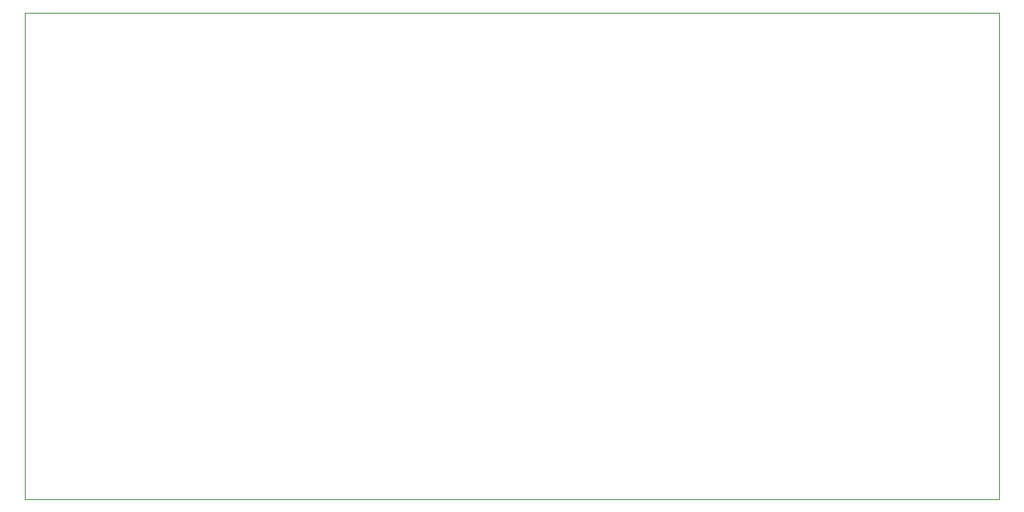
<source format=gbr>
%TF.GenerationSoftware,KiCad,Pcbnew,5.0.2-bee76a0~70~ubuntu18.04.1*%
%TF.CreationDate,2020-11-23T14:53:07+01:00*%
%TF.ProjectId,Carte_L298,43617274-655f-44c3-9239-382e6b696361,rev?*%
%TF.SameCoordinates,Original*%
%TF.FileFunction,Profile,NP*%
%FSLAX46Y46*%
G04 Gerber Fmt 4.6, Leading zero omitted, Abs format (unit mm)*
G04 Created by KiCad (PCBNEW 5.0.2-bee76a0~70~ubuntu18.04.1) date lun. 23 nov. 2020 14:53:07 CET*
%MOMM*%
%LPD*%
G01*
G04 APERTURE LIST*
%ADD10C,0.100000*%
G04 APERTURE END LIST*
D10*
X135255000Y-53340000D02*
X135255000Y-104775000D01*
X238125000Y-53340000D02*
X238125000Y-104775000D01*
X238125000Y-104775000D02*
X135255000Y-104775000D01*
X135255000Y-53340000D02*
X238125000Y-53340000D01*
M02*

</source>
